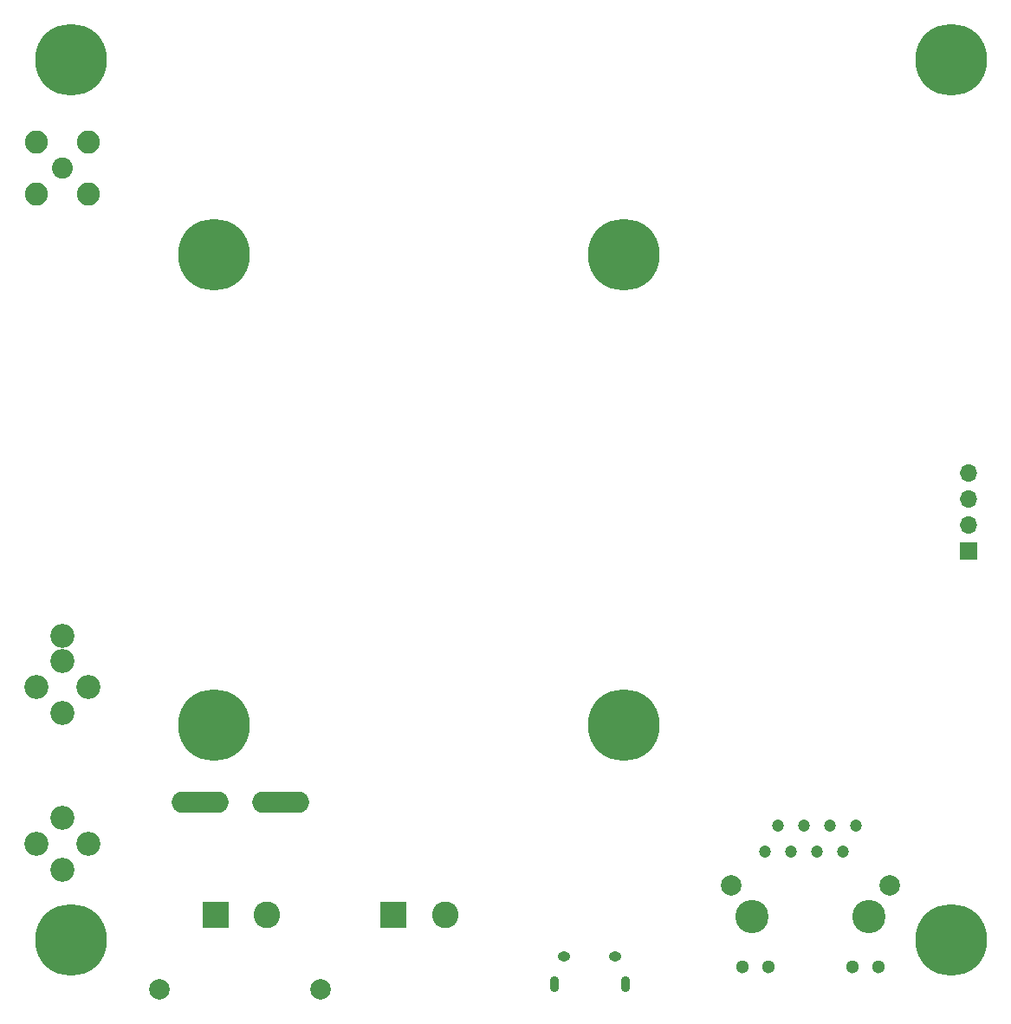
<source format=gbs>
G04 #@! TF.GenerationSoftware,KiCad,Pcbnew,8.0.9-8.0.9-0~ubuntu24.04.1*
G04 #@! TF.CreationDate,2025-11-08T17:49:53+02:00*
G04 #@! TF.ProjectId,TACNPR,5441434e-5052-42e6-9b69-6361645f7063,rev?*
G04 #@! TF.SameCoordinates,Original*
G04 #@! TF.FileFunction,Soldermask,Bot*
G04 #@! TF.FilePolarity,Negative*
%FSLAX46Y46*%
G04 Gerber Fmt 4.6, Leading zero omitted, Abs format (unit mm)*
G04 Created by KiCad (PCBNEW 8.0.9-8.0.9-0~ubuntu24.04.1) date 2025-11-08 17:49:53*
%MOMM*%
%LPD*%
G01*
G04 APERTURE LIST*
%ADD10C,3.900000*%
%ADD11C,7.000000*%
%ADD12C,2.050000*%
%ADD13C,2.250000*%
%ADD14R,1.700000X1.700000*%
%ADD15O,1.700000X1.700000*%
%ADD16R,2.600000X2.600000*%
%ADD17C,2.600000*%
%ADD18C,2.350000*%
%ADD19O,0.890000X1.550000*%
%ADD20O,1.250000X0.950000*%
%ADD21C,3.250000*%
%ADD22C,1.200000*%
%ADD23C,1.300000*%
%ADD24C,2.000000*%
%ADD25O,5.550000X2.100000*%
G04 APERTURE END LIST*
D10*
X95864000Y-43540000D03*
D11*
X95864000Y-43540000D03*
D10*
X95864000Y-129540000D03*
D11*
X95864000Y-129540000D03*
D10*
X109864000Y-108540000D03*
D11*
X109864000Y-108540000D03*
D10*
X149864000Y-62540000D03*
D11*
X149864000Y-62540000D03*
D10*
X181864000Y-129540000D03*
D11*
X181864000Y-129540000D03*
D10*
X109864000Y-62540000D03*
D11*
X109864000Y-62540000D03*
D10*
X149864000Y-108540000D03*
D11*
X149864000Y-108540000D03*
D12*
X94996000Y-54102000D03*
D13*
X92456000Y-56642000D03*
X97536000Y-56642000D03*
X92456000Y-51562000D03*
X97536000Y-51562000D03*
D14*
X183591200Y-91490800D03*
D15*
X183591200Y-88950800D03*
X183591200Y-86410800D03*
X183591200Y-83870800D03*
D16*
X109971200Y-127050800D03*
D17*
X114971200Y-127050800D03*
D16*
X127406400Y-127050800D03*
D17*
X132406400Y-127050800D03*
D10*
X181864000Y-43540000D03*
D11*
X181864000Y-43540000D03*
D18*
X94996000Y-122682000D03*
X92456000Y-120142000D03*
X97536000Y-120142000D03*
X94996000Y-117602000D03*
X94996000Y-107362000D03*
X92456000Y-104822000D03*
X97536000Y-104822000D03*
X94996000Y-102282000D03*
X94996000Y-99822000D03*
D19*
X143083400Y-133888000D03*
D20*
X144083400Y-131188000D03*
X149083400Y-131188000D03*
D19*
X150083400Y-133888000D03*
D21*
X173863000Y-127254000D03*
X162433000Y-127254000D03*
D22*
X163703000Y-120904000D03*
X164973000Y-118364000D03*
X166243000Y-120904000D03*
X167513000Y-118364000D03*
X168783000Y-120904000D03*
X170053000Y-118364000D03*
X171323000Y-120904000D03*
X172593000Y-118364000D03*
D23*
X161523000Y-132154000D03*
X164063000Y-132154000D03*
X172233000Y-132154000D03*
X174773000Y-132154000D03*
D24*
X160403000Y-124204000D03*
X175893000Y-124204000D03*
D25*
X116345000Y-116106200D03*
X108445000Y-116106200D03*
D24*
X120265000Y-134366200D03*
X104515000Y-134356200D03*
M02*

</source>
